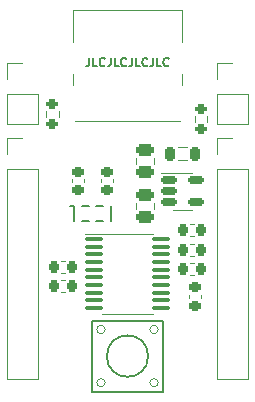
<source format=gto>
G04 #@! TF.GenerationSoftware,KiCad,Pcbnew,7.0.8*
G04 #@! TF.CreationDate,2023-11-11T23:39:21-08:00*
G04 #@! TF.ProjectId,STM32F042-Mini,53544d33-3246-4303-9432-2d4d696e692e,rev?*
G04 #@! TF.SameCoordinates,Original*
G04 #@! TF.FileFunction,Legend,Top*
G04 #@! TF.FilePolarity,Positive*
%FSLAX46Y46*%
G04 Gerber Fmt 4.6, Leading zero omitted, Abs format (unit mm)*
G04 Created by KiCad (PCBNEW 7.0.8) date 2023-11-11 23:39:21*
%MOMM*%
%LPD*%
G01*
G04 APERTURE LIST*
G04 Aperture macros list*
%AMRoundRect*
0 Rectangle with rounded corners*
0 $1 Rounding radius*
0 $2 $3 $4 $5 $6 $7 $8 $9 X,Y pos of 4 corners*
0 Add a 4 corners polygon primitive as box body*
4,1,4,$2,$3,$4,$5,$6,$7,$8,$9,$2,$3,0*
0 Add four circle primitives for the rounded corners*
1,1,$1+$1,$2,$3*
1,1,$1+$1,$4,$5*
1,1,$1+$1,$6,$7*
1,1,$1+$1,$8,$9*
0 Add four rect primitives between the rounded corners*
20,1,$1+$1,$2,$3,$4,$5,0*
20,1,$1+$1,$4,$5,$6,$7,0*
20,1,$1+$1,$6,$7,$8,$9,0*
20,1,$1+$1,$8,$9,$2,$3,0*%
G04 Aperture macros list end*
%ADD10C,0.150000*%
%ADD11C,0.120000*%
%ADD12R,0.400000X1.900000*%
%ADD13R,1.700000X1.700000*%
%ADD14O,1.700000X1.700000*%
%ADD15RoundRect,0.150000X-0.512500X-0.150000X0.512500X-0.150000X0.512500X0.150000X-0.512500X0.150000X0*%
%ADD16RoundRect,0.100000X-0.637500X-0.100000X0.637500X-0.100000X0.637500X0.100000X-0.637500X0.100000X0*%
%ADD17R,2.100000X1.400000*%
%ADD18RoundRect,0.200000X0.275000X-0.200000X0.275000X0.200000X-0.275000X0.200000X-0.275000X-0.200000X0*%
%ADD19RoundRect,0.200000X-0.275000X0.200000X-0.275000X-0.200000X0.275000X-0.200000X0.275000X0.200000X0*%
%ADD20O,0.900000X2.400000*%
%ADD21O,0.900000X1.700000*%
%ADD22C,0.700000*%
%ADD23RoundRect,0.218750X0.218750X0.381250X-0.218750X0.381250X-0.218750X-0.381250X0.218750X-0.381250X0*%
%ADD24RoundRect,0.250000X0.475000X-0.250000X0.475000X0.250000X-0.475000X0.250000X-0.475000X-0.250000X0*%
%ADD25RoundRect,0.225000X0.250000X-0.225000X0.250000X0.225000X-0.250000X0.225000X-0.250000X-0.225000X0*%
%ADD26RoundRect,0.225000X0.225000X0.250000X-0.225000X0.250000X-0.225000X-0.250000X0.225000X-0.250000X0*%
%ADD27RoundRect,0.225000X-0.225000X-0.250000X0.225000X-0.250000X0.225000X0.250000X-0.225000X0.250000X0*%
G04 APERTURE END LIST*
D10*
X69165350Y-42706533D02*
X69165350Y-43206533D01*
X69165350Y-43206533D02*
X69132017Y-43306533D01*
X69132017Y-43306533D02*
X69065350Y-43373200D01*
X69065350Y-43373200D02*
X68965350Y-43406533D01*
X68965350Y-43406533D02*
X68898684Y-43406533D01*
X69832017Y-43406533D02*
X69498683Y-43406533D01*
X69498683Y-43406533D02*
X69498683Y-42706533D01*
X70465350Y-43339866D02*
X70432017Y-43373200D01*
X70432017Y-43373200D02*
X70332017Y-43406533D01*
X70332017Y-43406533D02*
X70265350Y-43406533D01*
X70265350Y-43406533D02*
X70165350Y-43373200D01*
X70165350Y-43373200D02*
X70098684Y-43306533D01*
X70098684Y-43306533D02*
X70065350Y-43239866D01*
X70065350Y-43239866D02*
X70032017Y-43106533D01*
X70032017Y-43106533D02*
X70032017Y-43006533D01*
X70032017Y-43006533D02*
X70065350Y-42873200D01*
X70065350Y-42873200D02*
X70098684Y-42806533D01*
X70098684Y-42806533D02*
X70165350Y-42739866D01*
X70165350Y-42739866D02*
X70265350Y-42706533D01*
X70265350Y-42706533D02*
X70332017Y-42706533D01*
X70332017Y-42706533D02*
X70432017Y-42739866D01*
X70432017Y-42739866D02*
X70465350Y-42773200D01*
X70965350Y-42706533D02*
X70965350Y-43206533D01*
X70965350Y-43206533D02*
X70932017Y-43306533D01*
X70932017Y-43306533D02*
X70865350Y-43373200D01*
X70865350Y-43373200D02*
X70765350Y-43406533D01*
X70765350Y-43406533D02*
X70698684Y-43406533D01*
X71632017Y-43406533D02*
X71298683Y-43406533D01*
X71298683Y-43406533D02*
X71298683Y-42706533D01*
X72265350Y-43339866D02*
X72232017Y-43373200D01*
X72232017Y-43373200D02*
X72132017Y-43406533D01*
X72132017Y-43406533D02*
X72065350Y-43406533D01*
X72065350Y-43406533D02*
X71965350Y-43373200D01*
X71965350Y-43373200D02*
X71898684Y-43306533D01*
X71898684Y-43306533D02*
X71865350Y-43239866D01*
X71865350Y-43239866D02*
X71832017Y-43106533D01*
X71832017Y-43106533D02*
X71832017Y-43006533D01*
X71832017Y-43006533D02*
X71865350Y-42873200D01*
X71865350Y-42873200D02*
X71898684Y-42806533D01*
X71898684Y-42806533D02*
X71965350Y-42739866D01*
X71965350Y-42739866D02*
X72065350Y-42706533D01*
X72065350Y-42706533D02*
X72132017Y-42706533D01*
X72132017Y-42706533D02*
X72232017Y-42739866D01*
X72232017Y-42739866D02*
X72265350Y-42773200D01*
X72765350Y-42706533D02*
X72765350Y-43206533D01*
X72765350Y-43206533D02*
X72732017Y-43306533D01*
X72732017Y-43306533D02*
X72665350Y-43373200D01*
X72665350Y-43373200D02*
X72565350Y-43406533D01*
X72565350Y-43406533D02*
X72498684Y-43406533D01*
X73432017Y-43406533D02*
X73098683Y-43406533D01*
X73098683Y-43406533D02*
X73098683Y-42706533D01*
X74065350Y-43339866D02*
X74032017Y-43373200D01*
X74032017Y-43373200D02*
X73932017Y-43406533D01*
X73932017Y-43406533D02*
X73865350Y-43406533D01*
X73865350Y-43406533D02*
X73765350Y-43373200D01*
X73765350Y-43373200D02*
X73698684Y-43306533D01*
X73698684Y-43306533D02*
X73665350Y-43239866D01*
X73665350Y-43239866D02*
X73632017Y-43106533D01*
X73632017Y-43106533D02*
X73632017Y-43006533D01*
X73632017Y-43006533D02*
X73665350Y-42873200D01*
X73665350Y-42873200D02*
X73698684Y-42806533D01*
X73698684Y-42806533D02*
X73765350Y-42739866D01*
X73765350Y-42739866D02*
X73865350Y-42706533D01*
X73865350Y-42706533D02*
X73932017Y-42706533D01*
X73932017Y-42706533D02*
X74032017Y-42739866D01*
X74032017Y-42739866D02*
X74065350Y-42773200D01*
X74565350Y-42706533D02*
X74565350Y-43206533D01*
X74565350Y-43206533D02*
X74532017Y-43306533D01*
X74532017Y-43306533D02*
X74465350Y-43373200D01*
X74465350Y-43373200D02*
X74365350Y-43406533D01*
X74365350Y-43406533D02*
X74298684Y-43406533D01*
X75232017Y-43406533D02*
X74898683Y-43406533D01*
X74898683Y-43406533D02*
X74898683Y-42706533D01*
X75865350Y-43339866D02*
X75832017Y-43373200D01*
X75832017Y-43373200D02*
X75732017Y-43406533D01*
X75732017Y-43406533D02*
X75665350Y-43406533D01*
X75665350Y-43406533D02*
X75565350Y-43373200D01*
X75565350Y-43373200D02*
X75498684Y-43306533D01*
X75498684Y-43306533D02*
X75465350Y-43239866D01*
X75465350Y-43239866D02*
X75432017Y-43106533D01*
X75432017Y-43106533D02*
X75432017Y-43006533D01*
X75432017Y-43006533D02*
X75465350Y-42873200D01*
X75465350Y-42873200D02*
X75498684Y-42806533D01*
X75498684Y-42806533D02*
X75565350Y-42739866D01*
X75565350Y-42739866D02*
X75665350Y-42706533D01*
X75665350Y-42706533D02*
X75732017Y-42706533D01*
X75732017Y-42706533D02*
X75832017Y-42739866D01*
X75832017Y-42739866D02*
X75865350Y-42773200D01*
X67820000Y-55250000D02*
X67520000Y-55250000D01*
X67820000Y-55250000D02*
X67820000Y-56500000D01*
X68520000Y-55250000D02*
X69120000Y-55250000D01*
X69120000Y-56500000D02*
X68520000Y-56500000D01*
X69720000Y-55250000D02*
X70320000Y-55250000D01*
X70320000Y-56500000D02*
X69720000Y-56500000D01*
X71020000Y-55250000D02*
X71020000Y-56500000D01*
D11*
X62170000Y-44450000D02*
X62170000Y-43120000D01*
X62170000Y-48320000D02*
X64830000Y-48320000D01*
X62170000Y-45720000D02*
X62170000Y-48320000D01*
X62170000Y-45720000D02*
X64830000Y-45720000D01*
X62170000Y-43120000D02*
X63500000Y-43120000D01*
X64830000Y-45720000D02*
X64830000Y-48320000D01*
X77060000Y-55535000D02*
X76260000Y-55535000D01*
X77060000Y-52415000D02*
X75260000Y-52415000D01*
X77060000Y-52415000D02*
X77860000Y-52415000D01*
X77060000Y-55535000D02*
X77860000Y-55535000D01*
X72390000Y-57575000D02*
X74590000Y-57575000D01*
X72390000Y-57575000D02*
X68790000Y-57575000D01*
X72390000Y-64345000D02*
X74590000Y-64345000D01*
X72390000Y-64345000D02*
X70190000Y-64345000D01*
D10*
X74140000Y-67945000D02*
G75*
G03*
X74140000Y-67945000I-1750000J0D01*
G01*
X75390000Y-70945000D02*
X69390000Y-70945000D01*
X69390000Y-64945000D02*
X75390000Y-64945000D01*
X75390000Y-64945000D02*
X75390000Y-70945000D01*
X69390000Y-70945000D02*
X69390000Y-64945000D01*
D11*
X74993553Y-70195000D02*
G75*
G03*
X74993553Y-70195000I-353553J0D01*
G01*
X70493553Y-70195000D02*
G75*
G03*
X70493553Y-70195000I-353553J0D01*
G01*
X74993553Y-65695000D02*
G75*
G03*
X74993553Y-65695000I-353553J0D01*
G01*
X70493553Y-65695000D02*
G75*
G03*
X70493553Y-65695000I-353553J0D01*
G01*
X79112500Y-48097258D02*
X79112500Y-47622742D01*
X78067500Y-48097258D02*
X78067500Y-47622742D01*
X66562500Y-47197742D02*
X66562500Y-47672258D01*
X65517500Y-47197742D02*
X65517500Y-47672258D01*
X67795000Y-44985000D02*
X67795000Y-44085000D01*
X76985000Y-41385000D02*
X76985000Y-38655000D01*
X76985000Y-44985000D02*
X76985000Y-44085000D01*
X76985000Y-38655000D02*
X67795000Y-38655000D01*
X76865000Y-48065000D02*
X67915000Y-48065000D01*
X67795000Y-41385000D02*
X67795000Y-38655000D01*
X79950000Y-44450000D02*
X79950000Y-43120000D01*
X79950000Y-48320000D02*
X82610000Y-48320000D01*
X79950000Y-45720000D02*
X79950000Y-48320000D01*
X79950000Y-45720000D02*
X82610000Y-45720000D01*
X79950000Y-43120000D02*
X81280000Y-43120000D01*
X82610000Y-45720000D02*
X82610000Y-48320000D01*
X79950000Y-52070000D02*
X82610000Y-52070000D01*
X79950000Y-69910000D02*
X82610000Y-69910000D01*
X79950000Y-52070000D02*
X79950000Y-69910000D01*
X79950000Y-50800000D02*
X79950000Y-49470000D01*
X82610000Y-52070000D02*
X82610000Y-69910000D01*
X79950000Y-49470000D02*
X81280000Y-49470000D01*
X62170000Y-52070000D02*
X64830000Y-52070000D01*
X62170000Y-69910000D02*
X64830000Y-69910000D01*
X62170000Y-52070000D02*
X62170000Y-69910000D01*
X62170000Y-50800000D02*
X62170000Y-49470000D01*
X64830000Y-52070000D02*
X64830000Y-69910000D01*
X62170000Y-49470000D02*
X63500000Y-49470000D01*
X77459622Y-51360000D02*
X76660378Y-51360000D01*
X77459622Y-50240000D02*
X76660378Y-50240000D01*
X74620000Y-55506252D02*
X74620000Y-54983748D01*
X73150000Y-55506252D02*
X73150000Y-54983748D01*
X74620000Y-51696252D02*
X74620000Y-51173748D01*
X73150000Y-51696252D02*
X73150000Y-51173748D01*
X71130000Y-53240580D02*
X71130000Y-52959420D01*
X70110000Y-53240580D02*
X70110000Y-52959420D01*
X68720000Y-53240580D02*
X68720000Y-52959420D01*
X67700000Y-53240580D02*
X67700000Y-52959420D01*
X78610000Y-63045580D02*
X78610000Y-62764420D01*
X77590000Y-63045580D02*
X77590000Y-62764420D01*
X67069580Y-61520000D02*
X66788420Y-61520000D01*
X67069580Y-62540000D02*
X66788420Y-62540000D01*
X67069580Y-59869000D02*
X66788420Y-59869000D01*
X67069580Y-60889000D02*
X66788420Y-60889000D01*
X77710420Y-57787000D02*
X77991580Y-57787000D01*
X77710420Y-56767000D02*
X77991580Y-56767000D01*
X77710420Y-58418000D02*
X77991580Y-58418000D01*
X77710420Y-59438000D02*
X77991580Y-59438000D01*
X77710420Y-61089000D02*
X77991580Y-61089000D01*
X77710420Y-60069000D02*
X77991580Y-60069000D01*
%LPC*%
D12*
X68220000Y-55850000D03*
X69420000Y-55850000D03*
X70620000Y-55850000D03*
D13*
X63500000Y-44450000D03*
D14*
X63500000Y-46990000D03*
D15*
X75922500Y-53025000D03*
X75922500Y-53975000D03*
X75922500Y-54925000D03*
X78197500Y-54925000D03*
X78197500Y-53025000D03*
D16*
X69527500Y-58035000D03*
X69527500Y-58685000D03*
X69527500Y-59335000D03*
X69527500Y-59985000D03*
X69527500Y-60635000D03*
X69527500Y-61285000D03*
X69527500Y-61935000D03*
X69527500Y-62585000D03*
X69527500Y-63235000D03*
X69527500Y-63885000D03*
X75252500Y-63885000D03*
X75252500Y-63235000D03*
X75252500Y-62585000D03*
X75252500Y-61935000D03*
X75252500Y-61285000D03*
X75252500Y-60635000D03*
X75252500Y-59985000D03*
X75252500Y-59335000D03*
X75252500Y-58685000D03*
X75252500Y-58035000D03*
D17*
X76940000Y-70195000D03*
X76940000Y-65695000D03*
X67840000Y-70195000D03*
X67840000Y-65695000D03*
D18*
X78590000Y-48685000D03*
X78590000Y-47035000D03*
D19*
X66040000Y-48260000D03*
X66040000Y-46610000D03*
D20*
X76715000Y-46405000D03*
X68065000Y-46405000D03*
D21*
X76715000Y-43025000D03*
X68065000Y-43025000D03*
D22*
X75365000Y-46035000D03*
X74515000Y-46035000D03*
X73665000Y-46035000D03*
X72815000Y-46035000D03*
X71965000Y-46035000D03*
X71115000Y-46035000D03*
X70265000Y-46035000D03*
X69415000Y-46035000D03*
X69415000Y-47385000D03*
X70265000Y-47385000D03*
X71115000Y-47385000D03*
X71965000Y-47385000D03*
X72815000Y-47385000D03*
X73665000Y-47385000D03*
X74515000Y-47385000D03*
X75365000Y-47385000D03*
D13*
X81280000Y-44450000D03*
D14*
X81280000Y-46990000D03*
D13*
X81280000Y-50800000D03*
D14*
X81280000Y-53340000D03*
X81280000Y-55880000D03*
X81280000Y-58420000D03*
X81280000Y-60960000D03*
X81280000Y-63500000D03*
X81280000Y-66040000D03*
X81280000Y-68580000D03*
D13*
X63500000Y-50800000D03*
D14*
X63500000Y-53340000D03*
X63500000Y-55880000D03*
X63500000Y-58420000D03*
X63500000Y-60960000D03*
X63500000Y-63500000D03*
X63500000Y-66040000D03*
X63500000Y-68580000D03*
D23*
X78122500Y-50800000D03*
X75997500Y-50800000D03*
D24*
X73885000Y-56195000D03*
X73885000Y-54295000D03*
X73885000Y-52385000D03*
X73885000Y-50485000D03*
D25*
X70620000Y-53875000D03*
X70620000Y-52325000D03*
X68210000Y-53875000D03*
X68210000Y-52325000D03*
X78100000Y-63680000D03*
X78100000Y-62130000D03*
D26*
X67704000Y-62030000D03*
X66154000Y-62030000D03*
X67704000Y-60379000D03*
X66154000Y-60379000D03*
D27*
X77076000Y-57277000D03*
X78626000Y-57277000D03*
X78626000Y-58928000D03*
X77076000Y-58928000D03*
X77076000Y-60579000D03*
X78626000Y-60579000D03*
%LPD*%
M02*

</source>
